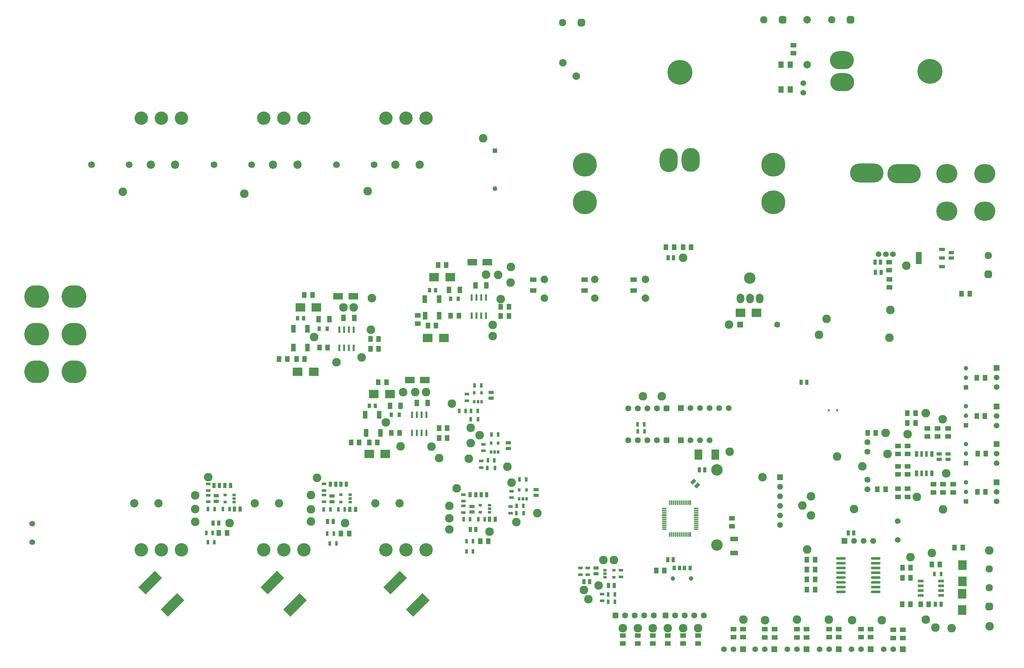
<source format=gbr>
%TF.GenerationSoftware,Altium Limited,Altium Designer,21.6.4 (81)*%
G04 Layer_Color=255*
%FSLAX43Y43*%
%MOMM*%
%TF.SameCoordinates,76D5CAF9-2094-4FD7-9A7B-915B2AFADFAF*%
%TF.FilePolarity,Positive*%
%TF.FileFunction,Pads,Bot*%
%TF.Part,Single*%
G01*
G75*
%TA.AperFunction,SMDPad,CuDef*%
%ADD22R,1.350X0.950*%
%ADD26R,1.300X1.800*%
%TA.AperFunction,ComponentPad*%
%ADD37C,6.604*%
%ADD38C,1.524*%
%ADD39C,2.000*%
%ADD40C,3.556*%
%ADD41C,1.950*%
G04:AMPARAMS|DCode=42|XSize=1.95mm|YSize=1.95mm|CornerRadius=0.488mm|HoleSize=0mm|Usage=FLASHONLY|Rotation=90.000|XOffset=0mm|YOffset=0mm|HoleType=Round|Shape=RoundedRectangle|*
%AMROUNDEDRECTD42*
21,1,1.950,0.975,0,0,90.0*
21,1,0.975,1.950,0,0,90.0*
1,1,0.975,0.488,0.488*
1,1,0.975,0.488,-0.488*
1,1,0.975,-0.488,-0.488*
1,1,0.975,-0.488,0.488*
%
%ADD42ROUNDEDRECTD42*%
%ADD43C,2.286*%
%ADD44C,1.600*%
G04:AMPARAMS|DCode=45|XSize=1.6mm|YSize=1.6mm|CornerRadius=0.4mm|HoleSize=0mm|Usage=FLASHONLY|Rotation=180.000|XOffset=0mm|YOffset=0mm|HoleType=Round|Shape=RoundedRectangle|*
%AMROUNDEDRECTD45*
21,1,1.600,0.800,0,0,180.0*
21,1,0.800,1.600,0,0,180.0*
1,1,0.800,-0.400,0.400*
1,1,0.800,0.400,0.400*
1,1,0.800,0.400,-0.400*
1,1,0.800,-0.400,-0.400*
%
%ADD45ROUNDEDRECTD45*%
%ADD46C,1.550*%
%ADD47R,1.550X1.550*%
%ADD48R,1.500X1.500*%
%ADD49C,1.500*%
%ADD50R,1.550X1.550*%
%ADD51R,1.600X1.600*%
G04:AMPARAMS|DCode=52|XSize=1.95mm|YSize=1.95mm|CornerRadius=0.488mm|HoleSize=0mm|Usage=FLASHONLY|Rotation=180.000|XOffset=0mm|YOffset=0mm|HoleType=Round|Shape=RoundedRectangle|*
%AMROUNDEDRECTD52*
21,1,1.950,0.975,0,0,180.0*
21,1,0.975,1.950,0,0,180.0*
1,1,0.975,-0.488,0.488*
1,1,0.975,0.488,0.488*
1,1,0.975,0.488,-0.488*
1,1,0.975,-0.488,-0.488*
%
%ADD52ROUNDEDRECTD52*%
%ADD53O,4.826X6.350*%
%ADD54C,6.350*%
%ADD55O,6.350X4.826*%
%ADD56C,1.300*%
%ADD57R,1.300X1.300*%
%ADD58C,1.200*%
%ADD59R,1.200X1.200*%
%ADD60R,1.500X1.500*%
%ADD61C,2.200*%
%ADD62O,6.600X6.000*%
%ADD63O,5.588X5.080*%
%ADD65C,3.048*%
%ADD66C,1.800*%
%ADD67O,8.890X5.080*%
%TA.AperFunction,SMDPad,CuDef*%
%ADD75R,2.500X2.300*%
%ADD76R,2.500X1.700*%
%ADD77R,0.508X1.670*%
%ADD78R,1.157X1.508*%
G04:AMPARAMS|DCode=79|XSize=2.75mm|YSize=6.2mm|CornerRadius=0mm|HoleSize=0mm|Usage=FLASHONLY|Rotation=135.000|XOffset=0mm|YOffset=0mm|HoleType=Round|Shape=Rectangle|*
%AMROTATEDRECTD79*
4,1,4,3.164,1.220,-1.220,-3.164,-3.164,-1.220,1.220,3.164,3.164,1.220,0.0*
%
%ADD79ROTATEDRECTD79*%

%ADD80R,0.958X1.262*%
%ADD81R,0.950X1.350*%
%ADD82R,1.508X1.157*%
%ADD83O,2.600X0.700*%
%ADD84R,1.450X1.800*%
%ADD85R,0.650X0.900*%
%ADD86R,0.757X1.308*%
%ADD87R,1.308X0.757*%
%ADD88R,0.800X1.250*%
%ADD89R,0.900X0.650*%
%ADD90R,2.000X2.800*%
G04:AMPARAMS|DCode=91|XSize=0.95mm|YSize=1.35mm|CornerRadius=0mm|HoleSize=0mm|Usage=FLASHONLY|Rotation=135.000|XOffset=0mm|YOffset=0mm|HoleType=Round|Shape=Rectangle|*
%AMROTATEDRECTD91*
4,1,4,0.813,0.141,-0.141,-0.813,-0.813,-0.141,0.141,0.813,0.813,0.141,0.0*
%
%ADD91ROTATEDRECTD91*%

%ADD92R,0.305X1.194*%
%ADD93R,1.194X0.305*%
%ADD94R,0.600X0.600*%
G04:AMPARAMS|DCode=95|XSize=0.9mm|YSize=1.45mm|CornerRadius=0.05mm|HoleSize=0mm|Usage=FLASHONLY|Rotation=90.000|XOffset=0mm|YOffset=0mm|HoleType=Round|Shape=RoundedRectangle|*
%AMROUNDEDRECTD95*
21,1,0.900,1.351,0,0,90.0*
21,1,0.801,1.450,0,0,90.0*
1,1,0.099,0.676,0.401*
1,1,0.099,0.676,-0.401*
1,1,0.099,-0.676,-0.401*
1,1,0.099,-0.676,0.401*
%
%ADD95ROUNDEDRECTD95*%
G04:AMPARAMS|DCode=96|XSize=3.15mm|YSize=1.45mm|CornerRadius=0.051mm|HoleSize=0mm|Usage=FLASHONLY|Rotation=90.000|XOffset=0mm|YOffset=0mm|HoleType=Round|Shape=RoundedRectangle|*
%AMROUNDEDRECTD96*
21,1,3.150,1.349,0,0,90.0*
21,1,3.049,1.450,0,0,90.0*
1,1,0.102,0.674,1.524*
1,1,0.102,0.674,-1.524*
1,1,0.102,-0.674,-1.524*
1,1,0.102,-0.674,1.524*
%
%ADD96ROUNDEDRECTD96*%
%ADD97R,2.000X1.250*%
%ADD98R,1.800X1.300*%
%ADD99R,1.250X2.000*%
%ADD100R,0.900X1.200*%
%ADD101R,0.808X1.262*%
G04:AMPARAMS|DCode=102|XSize=0.8mm|YSize=1.6mm|CornerRadius=0.2mm|HoleSize=0mm|Usage=FLASHONLY|Rotation=0.000|XOffset=0mm|YOffset=0mm|HoleType=Round|Shape=RoundedRectangle|*
%AMROUNDEDRECTD102*
21,1,0.800,1.200,0,0,0.0*
21,1,0.400,1.600,0,0,0.0*
1,1,0.400,0.200,-0.600*
1,1,0.400,-0.200,-0.600*
1,1,0.400,-0.200,0.600*
1,1,0.400,0.200,0.600*
%
%ADD102ROUNDEDRECTD102*%
G04:AMPARAMS|DCode=103|XSize=0.6mm|YSize=1.6mm|CornerRadius=0.15mm|HoleSize=0mm|Usage=FLASHONLY|Rotation=0.000|XOffset=0mm|YOffset=0mm|HoleType=Round|Shape=RoundedRectangle|*
%AMROUNDEDRECTD103*
21,1,0.600,1.300,0,0,0.0*
21,1,0.300,1.600,0,0,0.0*
1,1,0.300,0.150,-0.650*
1,1,0.300,-0.150,-0.650*
1,1,0.300,-0.150,0.650*
1,1,0.300,0.150,0.650*
%
%ADD103ROUNDEDRECTD103*%
%ADD104R,1.525X0.650*%
%ADD105R,2.300X2.500*%
%TA.AperFunction,ComponentPad*%
%ADD108O,2.032X2.540*%
D22*
X134650Y59600D02*
D03*
Y61100D02*
D03*
X157950Y26313D02*
D03*
Y27813D02*
D03*
X252275Y111675D02*
D03*
Y110175D02*
D03*
X251420Y58176D02*
D03*
Y56676D02*
D03*
X249071Y58162D02*
D03*
Y56662D02*
D03*
X141975Y48650D02*
D03*
Y47150D02*
D03*
X130097Y74450D02*
D03*
Y72950D02*
D03*
X125022Y42695D02*
D03*
Y44195D02*
D03*
X87823Y45441D02*
D03*
Y46941D02*
D03*
X57107Y45525D02*
D03*
Y47025D02*
D03*
D26*
X90869Y94288D02*
D03*
X93719D02*
D03*
X113221Y71712D02*
D03*
X110371D02*
D03*
X128802Y102965D02*
D03*
X125952D02*
D03*
X118904Y101765D02*
D03*
X121754D02*
D03*
X106066Y70915D02*
D03*
X103216D02*
D03*
X87114Y93980D02*
D03*
X84264D02*
D03*
D37*
X246539Y159840D02*
D03*
X180160Y159539D02*
D03*
D38*
X8225Y34675D02*
D03*
Y39625D02*
D03*
X213000Y156655D02*
D03*
Y154155D02*
D03*
X238031Y35285D02*
D03*
Y40235D02*
D03*
X234873Y111221D02*
D03*
X232968D02*
D03*
X236778D02*
D03*
D39*
X171082Y99500D02*
D03*
Y104500D02*
D03*
X157632D02*
D03*
Y99500D02*
D03*
X144232D02*
D03*
Y104500D02*
D03*
X149107Y162068D02*
D03*
X152643Y158532D02*
D03*
X214000Y161575D02*
D03*
Y173575D02*
D03*
D40*
X107500Y147365D02*
D03*
X112834D02*
D03*
X102166D02*
D03*
X75000D02*
D03*
X80334D02*
D03*
X69666D02*
D03*
X42500D02*
D03*
X47834D02*
D03*
X37166D02*
D03*
X47834Y32635D02*
D03*
X42500D02*
D03*
X37166D02*
D03*
X75000D02*
D03*
X69666D02*
D03*
X80334D02*
D03*
X107500D02*
D03*
X102166D02*
D03*
X112834D02*
D03*
D41*
X262320Y22590D02*
D03*
Y27590D02*
D03*
X262075Y110875D02*
D03*
X202500Y173500D02*
D03*
X149000Y172800D02*
D03*
X220500Y173500D02*
D03*
D42*
X262320Y17590D02*
D03*
X262075Y105875D02*
D03*
D43*
X89030Y82561D02*
D03*
X95707Y83761D02*
D03*
X112782Y74555D02*
D03*
X98130Y91161D02*
D03*
X135450Y50525D02*
D03*
X83854Y51783D02*
D03*
X159850Y29975D02*
D03*
X202126Y51996D02*
D03*
X233795Y13916D02*
D03*
X124675Y61050D02*
D03*
X114275Y60125D02*
D03*
X134425Y54725D02*
D03*
X241450Y30740D02*
D03*
X154725Y22020D02*
D03*
X155868Y19547D02*
D03*
X158625Y23163D02*
D03*
X162682Y29925D02*
D03*
X221900Y57489D02*
D03*
X215000Y46910D02*
D03*
X212725Y44425D02*
D03*
X215000Y41775D02*
D03*
X226400Y43526D02*
D03*
X170378Y73427D02*
D03*
X175328Y73502D02*
D03*
X185021Y11821D02*
D03*
X181021D02*
D03*
X177021D02*
D03*
X173021D02*
D03*
X169021D02*
D03*
X165021D02*
D03*
X228620Y54822D02*
D03*
X32325Y127856D02*
D03*
X90869Y97088D02*
D03*
X217075Y89825D02*
D03*
X235800Y89075D02*
D03*
X225900Y13916D02*
D03*
X219749Y14101D02*
D03*
X202801Y13931D02*
D03*
X211253Y14079D02*
D03*
X193200Y92475D02*
D03*
X219183Y94070D02*
D03*
X235321Y58142D02*
D03*
X245496Y68984D02*
D03*
X250084Y43420D02*
D03*
X243081Y46709D02*
D03*
X250871Y52968D02*
D03*
X197027Y14100D02*
D03*
X135347Y107828D02*
D03*
X135225Y103650D02*
D03*
X130525Y89475D02*
D03*
X130466Y92400D02*
D03*
X132622Y99259D02*
D03*
X131950Y105743D02*
D03*
X128686Y105765D02*
D03*
X109932Y74555D02*
D03*
X106675D02*
D03*
X116300Y57000D02*
D03*
X106059Y60154D02*
D03*
X102136Y66538D02*
D03*
X93564Y97088D02*
D03*
X83082Y89211D02*
D03*
X240642Y63409D02*
D03*
X249925Y67393D02*
D03*
X236075Y96425D02*
D03*
X240270Y108168D02*
D03*
X181027Y110291D02*
D03*
X193375Y58750D02*
D03*
X234809Y63700D02*
D03*
X124622Y65080D02*
D03*
X127022Y63175D02*
D03*
X142349Y42380D02*
D03*
X136800Y40032D02*
D03*
X124145Y56832D02*
D03*
X119620Y71539D02*
D03*
X127950Y142000D02*
D03*
X213999Y32725D02*
D03*
X119000Y38050D02*
D03*
X82200Y40189D02*
D03*
X51535Y40075D02*
D03*
Y47151D02*
D03*
X60626Y39800D02*
D03*
X51535Y43525D02*
D03*
X55006Y51975D02*
D03*
X82200Y43440D02*
D03*
X91308Y39789D02*
D03*
X82200Y47190D02*
D03*
X129672Y37476D02*
D03*
X119000Y44322D02*
D03*
Y41040D02*
D03*
X120931Y48972D02*
D03*
X97325Y128025D02*
D03*
X64575Y127325D02*
D03*
X98396Y99522D02*
D03*
X245450Y14075D02*
D03*
X262340Y32480D02*
D03*
X262390Y12370D02*
D03*
X248000Y12016D02*
D03*
X252340Y11856D02*
D03*
X247064Y31800D02*
D03*
D44*
X171536Y70213D02*
D03*
X174076D02*
D03*
X166456D02*
D03*
X168996D02*
D03*
X171536Y61773D02*
D03*
X174076D02*
D03*
X166456D02*
D03*
X168996D02*
D03*
X181491Y15221D02*
D03*
X178951D02*
D03*
X184031D02*
D03*
X186571D02*
D03*
X206013Y92475D02*
D03*
X230000Y58730D02*
D03*
Y61270D02*
D03*
Y51270D02*
D03*
Y48730D02*
D03*
X173216Y15196D02*
D03*
X170676D02*
D03*
X165596D02*
D03*
X168136D02*
D03*
D45*
X176616Y70213D02*
D03*
Y61773D02*
D03*
X176411Y15221D02*
D03*
X163056Y15196D02*
D03*
D46*
X185550Y61775D02*
D03*
X183010D02*
D03*
X188090D02*
D03*
X183008Y70302D02*
D03*
X185548D02*
D03*
X188088D02*
D03*
X190628D02*
D03*
X193168D02*
D03*
X206752Y39297D02*
D03*
Y41836D02*
D03*
Y44376D02*
D03*
Y46917D02*
D03*
Y49457D02*
D03*
X231480Y35010D02*
D03*
X228940D02*
D03*
X226400D02*
D03*
D47*
X180470Y61775D02*
D03*
X180468Y70302D02*
D03*
X223860Y35010D02*
D03*
D48*
X239405Y6250D02*
D03*
X230850D02*
D03*
X222375Y6251D02*
D03*
X196942Y6225D02*
D03*
X213793Y6229D02*
D03*
X205285Y6220D02*
D03*
D49*
X236865Y6250D02*
D03*
X234325D02*
D03*
X228310D02*
D03*
X225770D02*
D03*
X219835Y6251D02*
D03*
X217295D02*
D03*
X194402Y6225D02*
D03*
X191862D02*
D03*
X211253Y6229D02*
D03*
X208713D02*
D03*
X202745Y6220D02*
D03*
X200205D02*
D03*
X264306Y55644D02*
D03*
Y58184D02*
D03*
Y45544D02*
D03*
Y48084D02*
D03*
Y75919D02*
D03*
Y78459D02*
D03*
Y65654D02*
D03*
Y68194D02*
D03*
D50*
X206752Y51996D02*
D03*
D51*
X196237Y92475D02*
D03*
D52*
X207500Y173500D02*
D03*
X154000Y172800D02*
D03*
X225500Y173500D02*
D03*
D53*
X177239Y136171D02*
D03*
X183081Y136298D02*
D03*
D54*
X205000Y135000D02*
D03*
Y125000D02*
D03*
X155000D02*
D03*
Y135000D02*
D03*
D55*
X223171Y162761D02*
D03*
X223298Y156919D02*
D03*
D56*
X131050Y128700D02*
D03*
D57*
Y138700D02*
D03*
D58*
X256111Y80939D02*
D03*
Y78399D02*
D03*
X256101Y70814D02*
D03*
Y68274D02*
D03*
X256111Y50599D02*
D03*
Y48059D02*
D03*
Y60749D02*
D03*
Y58209D02*
D03*
X178310Y25000D02*
D03*
X183190D02*
D03*
D59*
X256111Y75859D02*
D03*
X256101Y65734D02*
D03*
X256111Y45519D02*
D03*
Y55669D02*
D03*
D60*
X264306Y60724D02*
D03*
Y50624D02*
D03*
Y80999D02*
D03*
Y70734D02*
D03*
D61*
X99350Y45000D02*
D03*
X105800D02*
D03*
X67350D02*
D03*
X73800D02*
D03*
X35350D02*
D03*
X41800D02*
D03*
X46150Y135000D02*
D03*
X111150D02*
D03*
X104700D02*
D03*
X78650D02*
D03*
X72200D02*
D03*
X39700D02*
D03*
D62*
X9460Y100000D02*
D03*
X19366D02*
D03*
Y90000D02*
D03*
X9460D02*
D03*
X19366Y80000D02*
D03*
X9460D02*
D03*
D63*
X251100Y122650D02*
D03*
X261100D02*
D03*
X251100Y132650D02*
D03*
X261100D02*
D03*
D65*
X198725Y104875D02*
D03*
X190000Y53874D02*
D03*
Y33935D02*
D03*
D66*
X24000Y135000D02*
D03*
X99000D02*
D03*
X89000D02*
D03*
X66500D02*
D03*
X56500D02*
D03*
X34000D02*
D03*
D67*
X229793Y132811D02*
D03*
X239699Y132684D02*
D03*
D75*
X78714Y79988D02*
D03*
X83014D02*
D03*
X79414Y97088D02*
D03*
X83714D02*
D03*
X196250Y95675D02*
D03*
X200550D02*
D03*
X114902Y105165D02*
D03*
X119202D02*
D03*
X113231Y88974D02*
D03*
X117531D02*
D03*
X98916Y74015D02*
D03*
X103216D02*
D03*
X97705Y58120D02*
D03*
X102005D02*
D03*
D76*
X89464Y100088D02*
D03*
X93464D02*
D03*
X129095Y109065D02*
D03*
X125095D02*
D03*
X108475Y77775D02*
D03*
X112475D02*
D03*
D77*
X112881Y63720D02*
D03*
X111611D02*
D03*
X109071D02*
D03*
X110341Y68548D02*
D03*
X111611D02*
D03*
X112881D02*
D03*
X110341Y63720D02*
D03*
X109071Y68548D02*
D03*
X126142Y94851D02*
D03*
X124872Y99679D02*
D03*
X128682D02*
D03*
X127412D02*
D03*
X126142D02*
D03*
X124872Y94851D02*
D03*
X127412D02*
D03*
X128682D02*
D03*
X93564Y91188D02*
D03*
X92294D02*
D03*
X91024D02*
D03*
X89754D02*
D03*
Y86360D02*
D03*
X91024D02*
D03*
X92294D02*
D03*
X93564D02*
D03*
D78*
X118128Y108331D02*
D03*
X115977D02*
D03*
X232176Y63700D02*
D03*
X230024D02*
D03*
X258996Y68194D02*
D03*
X261148D02*
D03*
X176051Y27169D02*
D03*
X173899D02*
D03*
X254974Y100722D02*
D03*
X257126D02*
D03*
X259030Y78399D02*
D03*
X261181D02*
D03*
X261401Y58184D02*
D03*
X259249D02*
D03*
X259171Y48084D02*
D03*
X261323D02*
D03*
X134773Y94757D02*
D03*
X132622D02*
D03*
X121507Y94851D02*
D03*
X119355D02*
D03*
X134773Y97222D02*
D03*
X132622D02*
D03*
X115456Y92274D02*
D03*
X113304D02*
D03*
X99857Y61220D02*
D03*
X97705D02*
D03*
X105757Y63720D02*
D03*
X103605D02*
D03*
X118411Y62363D02*
D03*
X116260D02*
D03*
X118411Y64963D02*
D03*
X116260D02*
D03*
X100139Y77215D02*
D03*
X102291D02*
D03*
X92870Y61220D02*
D03*
X95022D02*
D03*
X82640Y100388D02*
D03*
X80488D02*
D03*
X73788Y83388D02*
D03*
X75940D02*
D03*
X78388D02*
D03*
X80540D02*
D03*
X84511Y86388D02*
D03*
X86663D02*
D03*
X100207Y88719D02*
D03*
X98056D02*
D03*
X100207Y86049D02*
D03*
X98056D02*
D03*
X242732Y68984D02*
D03*
X240580D02*
D03*
X232647Y48730D02*
D03*
X234798D02*
D03*
X242733Y66334D02*
D03*
X240581D02*
D03*
X178653Y113066D02*
D03*
X176502D02*
D03*
X181027Y113066D02*
D03*
X183178D02*
D03*
X57798Y37150D02*
D03*
X59950D02*
D03*
X127199Y34925D02*
D03*
X129351D02*
D03*
X90224Y36950D02*
D03*
X92376D02*
D03*
X213924Y27375D02*
D03*
X216076Y30025D02*
D03*
X213924D02*
D03*
X216076Y27375D02*
D03*
X213924Y24800D02*
D03*
X216076D02*
D03*
Y22100D02*
D03*
X213924D02*
D03*
X255256Y33260D02*
D03*
X253104D02*
D03*
X244124Y18171D02*
D03*
X246276D02*
D03*
X241381D02*
D03*
X239229D02*
D03*
X241426Y27870D02*
D03*
X239274D02*
D03*
X241422Y25170D02*
D03*
X239270D02*
D03*
X249216Y28744D02*
D03*
X247064D02*
D03*
D79*
X39530Y23970D02*
D03*
X45470Y18030D02*
D03*
X72030Y23970D02*
D03*
X77970Y18030D02*
D03*
X104630Y23970D02*
D03*
X110570Y18030D02*
D03*
D80*
X178648Y27800D02*
D03*
X180102D02*
D03*
X182877D02*
D03*
X181422D02*
D03*
D81*
X176960Y30025D02*
D03*
X178460D02*
D03*
X186825Y53874D02*
D03*
X185325D02*
D03*
X213875Y77175D02*
D03*
X212375D02*
D03*
X156250Y24213D02*
D03*
X154750D02*
D03*
X161225Y23163D02*
D03*
X162725D02*
D03*
X224875Y37110D02*
D03*
X226375D02*
D03*
X231980Y109121D02*
D03*
X233480D02*
D03*
X233595Y106391D02*
D03*
X232095D02*
D03*
X178527Y110291D02*
D03*
X177027D02*
D03*
X88174Y40189D02*
D03*
X86674D02*
D03*
X129672Y40821D02*
D03*
X131172D02*
D03*
X124472Y47321D02*
D03*
X125972D02*
D03*
X127422D02*
D03*
X128922D02*
D03*
X87373Y50089D02*
D03*
X88873D02*
D03*
X92573Y43440D02*
D03*
X94073D02*
D03*
X90173Y50089D02*
D03*
X91673D02*
D03*
X61901Y43525D02*
D03*
X63401D02*
D03*
X56456Y49769D02*
D03*
X57956D02*
D03*
X59401D02*
D03*
X60901D02*
D03*
X126031Y38050D02*
D03*
X124531D02*
D03*
X56278Y39785D02*
D03*
X57778D02*
D03*
X249500Y18210D02*
D03*
X248000D02*
D03*
D82*
X194000Y41076D02*
D03*
Y38924D02*
D03*
X239405Y9224D02*
D03*
Y11376D02*
D03*
X236865Y9226D02*
D03*
Y11377D02*
D03*
X194402Y11576D02*
D03*
Y9424D02*
D03*
X196942Y11576D02*
D03*
Y9424D02*
D03*
X211253Y11555D02*
D03*
Y9403D02*
D03*
X213793Y11555D02*
D03*
Y9403D02*
D03*
X202745Y11545D02*
D03*
Y9394D02*
D03*
X205345Y11545D02*
D03*
Y9394D02*
D03*
X219835Y11576D02*
D03*
Y9424D02*
D03*
X222375Y11576D02*
D03*
Y9424D02*
D03*
X228310Y11576D02*
D03*
Y9424D02*
D03*
X230850Y11576D02*
D03*
Y9424D02*
D03*
X238084Y48899D02*
D03*
Y46748D02*
D03*
X238084Y52692D02*
D03*
Y54843D02*
D03*
X240642Y48898D02*
D03*
Y46747D02*
D03*
X247521Y50074D02*
D03*
Y47922D02*
D03*
X110581Y94943D02*
D03*
Y92791D02*
D03*
X240642Y58142D02*
D03*
Y60293D02*
D03*
X245887Y64917D02*
D03*
Y62766D02*
D03*
X250063Y47923D02*
D03*
Y50075D02*
D03*
X240642Y54843D02*
D03*
Y52692D02*
D03*
X252770Y47923D02*
D03*
Y50075D02*
D03*
X238071Y60293D02*
D03*
Y58142D02*
D03*
X251371Y64916D02*
D03*
Y62764D02*
D03*
X248646Y64916D02*
D03*
Y62764D02*
D03*
X235778Y106970D02*
D03*
Y109121D02*
D03*
X235795Y104546D02*
D03*
Y102395D02*
D03*
X210375Y166776D02*
D03*
Y164624D02*
D03*
X165021Y7745D02*
D03*
Y9897D02*
D03*
X173021Y7745D02*
D03*
Y9897D02*
D03*
X177021Y7745D02*
D03*
Y9897D02*
D03*
X181021Y7745D02*
D03*
Y9897D02*
D03*
X169021Y7745D02*
D03*
Y9897D02*
D03*
X185021D02*
D03*
Y7745D02*
D03*
D83*
X232185Y30385D02*
D03*
Y29115D02*
D03*
Y27845D02*
D03*
Y26575D02*
D03*
Y25305D02*
D03*
Y24035D02*
D03*
Y22765D02*
D03*
Y21495D02*
D03*
X222935Y29115D02*
D03*
Y27845D02*
D03*
Y26575D02*
D03*
Y25305D02*
D03*
Y24035D02*
D03*
Y21495D02*
D03*
Y22765D02*
D03*
Y30385D02*
D03*
D84*
X207021Y155025D02*
D03*
Y161575D02*
D03*
X209471Y155025D02*
D03*
Y161575D02*
D03*
D85*
X131000Y58650D02*
D03*
X131950Y61050D02*
D03*
X130050D02*
D03*
Y58650D02*
D03*
X131950D02*
D03*
X139450Y46200D02*
D03*
X137550D02*
D03*
Y48600D02*
D03*
X139450D02*
D03*
X138500Y46200D02*
D03*
X127522Y72000D02*
D03*
X125622D02*
D03*
Y74400D02*
D03*
X127522D02*
D03*
X126572Y72000D02*
D03*
D86*
X130950Y56450D02*
D03*
X129198D02*
D03*
X130199Y63300D02*
D03*
X131951D02*
D03*
X161152Y18893D02*
D03*
X162904D02*
D03*
X162904Y20770D02*
D03*
X161152D02*
D03*
X125274Y32243D02*
D03*
X123522D02*
D03*
X89025Y34325D02*
D03*
X87273D02*
D03*
X56601Y34675D02*
D03*
X54849D02*
D03*
X170672Y65975D02*
D03*
X168920D02*
D03*
X170779Y64175D02*
D03*
X169027D02*
D03*
X139376Y51325D02*
D03*
X137624D02*
D03*
X121574Y69575D02*
D03*
X123326D02*
D03*
X127448Y76325D02*
D03*
X125696D02*
D03*
X124746Y69575D02*
D03*
X126498D02*
D03*
X136847Y44325D02*
D03*
X138598D02*
D03*
X85647Y43440D02*
D03*
X87399D02*
D03*
X91239Y43440D02*
D03*
X89488D02*
D03*
X54931Y43525D02*
D03*
X56683D02*
D03*
X122767Y40821D02*
D03*
X124518D02*
D03*
X128399Y40821D02*
D03*
X126647D02*
D03*
X60626Y43525D02*
D03*
X58875D02*
D03*
X123524Y34925D02*
D03*
X125276D02*
D03*
X86549Y36950D02*
D03*
X88301D02*
D03*
X54430Y37150D02*
D03*
X56181D02*
D03*
X249516Y26210D02*
D03*
X247764D02*
D03*
D87*
X127456Y56254D02*
D03*
Y54502D02*
D03*
X128025Y58949D02*
D03*
Y60701D02*
D03*
X159525Y19094D02*
D03*
Y20846D02*
D03*
X153750Y27788D02*
D03*
Y26037D02*
D03*
X164500Y25442D02*
D03*
Y27193D02*
D03*
X155750Y26062D02*
D03*
Y27813D02*
D03*
X123597Y74051D02*
D03*
Y72299D02*
D03*
X135450Y48251D02*
D03*
Y46499D02*
D03*
X135207Y44154D02*
D03*
Y42402D02*
D03*
X85723Y50190D02*
D03*
Y48439D02*
D03*
X55006Y50145D02*
D03*
Y48393D02*
D03*
X122722Y44322D02*
D03*
Y42570D02*
D03*
Y47321D02*
D03*
Y45569D02*
D03*
X55007Y47151D02*
D03*
Y45399D02*
D03*
X85723Y47189D02*
D03*
Y45438D02*
D03*
D88*
X131075Y54425D02*
D03*
X129075D02*
D03*
X136723Y42380D02*
D03*
X138723D02*
D03*
X124622Y67351D02*
D03*
X126622D02*
D03*
D89*
X160300Y26313D02*
D03*
X162700Y25363D02*
D03*
Y27263D02*
D03*
X160300D02*
D03*
Y25363D02*
D03*
X129623Y44519D02*
D03*
Y42619D02*
D03*
X127223D02*
D03*
Y44519D02*
D03*
X129623Y43569D02*
D03*
X92623Y47264D02*
D03*
Y45364D02*
D03*
X90223D02*
D03*
Y47264D02*
D03*
X92623Y46314D02*
D03*
X61851Y47225D02*
D03*
Y45325D02*
D03*
X59451D02*
D03*
Y47225D02*
D03*
X61851Y46275D02*
D03*
D90*
X185075Y58000D02*
D03*
X189575D02*
D03*
D91*
X184798Y49731D02*
D03*
X183738Y50791D02*
D03*
D92*
X183025Y36675D02*
D03*
X182525D02*
D03*
X182025D02*
D03*
X181525D02*
D03*
X181025D02*
D03*
X180525D02*
D03*
X180025D02*
D03*
X179525D02*
D03*
X179025D02*
D03*
X178525D02*
D03*
X178025D02*
D03*
X177525D02*
D03*
Y45175D02*
D03*
X178025D02*
D03*
X178525D02*
D03*
X179025D02*
D03*
X179525D02*
D03*
X180025D02*
D03*
X180525D02*
D03*
X181025D02*
D03*
X181525D02*
D03*
X182025D02*
D03*
X182525D02*
D03*
X183025D02*
D03*
D93*
X176025Y38175D02*
D03*
Y38675D02*
D03*
Y39175D02*
D03*
Y39675D02*
D03*
Y40175D02*
D03*
Y40675D02*
D03*
Y41175D02*
D03*
Y41675D02*
D03*
Y42175D02*
D03*
Y42675D02*
D03*
Y43175D02*
D03*
Y43675D02*
D03*
X184525D02*
D03*
Y43175D02*
D03*
Y42675D02*
D03*
Y42175D02*
D03*
Y41675D02*
D03*
Y41175D02*
D03*
Y40675D02*
D03*
Y40175D02*
D03*
Y39675D02*
D03*
Y39175D02*
D03*
Y38675D02*
D03*
Y38175D02*
D03*
D94*
X221900Y69775D02*
D03*
X219700D02*
D03*
D95*
X249800Y112500D02*
D03*
Y107900D02*
D03*
Y110200D02*
D03*
D96*
X243650D02*
D03*
D97*
X194556Y35547D02*
D03*
Y31797D02*
D03*
D98*
X167950Y104425D02*
D03*
Y101575D02*
D03*
X154850D02*
D03*
Y104425D02*
D03*
X141275D02*
D03*
Y101575D02*
D03*
D99*
X96906Y63720D02*
D03*
X100656D02*
D03*
X112557Y94867D02*
D03*
X116307D02*
D03*
X112502Y99259D02*
D03*
X116252D02*
D03*
X96641Y68515D02*
D03*
X100391D02*
D03*
X81339Y91437D02*
D03*
X77589D02*
D03*
X81339Y86388D02*
D03*
X77589D02*
D03*
D100*
X119279Y99360D02*
D03*
X121379D02*
D03*
X103591Y68515D02*
D03*
X105691D02*
D03*
X86514Y91437D02*
D03*
X84414D02*
D03*
D101*
X113775Y101665D02*
D03*
X115379D02*
D03*
X97714Y70915D02*
D03*
X99318D02*
D03*
X80266Y94237D02*
D03*
X78662D02*
D03*
D102*
X247046Y52968D02*
D03*
Y58168D02*
D03*
X242996D02*
D03*
Y52968D02*
D03*
D103*
X245656D02*
D03*
X244386D02*
D03*
X245656Y58168D02*
D03*
X244386D02*
D03*
D104*
X249512Y20515D02*
D03*
Y21785D02*
D03*
Y23055D02*
D03*
Y24325D02*
D03*
X244088D02*
D03*
Y23055D02*
D03*
Y21785D02*
D03*
Y20515D02*
D03*
D105*
X255150Y20950D02*
D03*
Y16650D02*
D03*
X255180Y24275D02*
D03*
Y28575D02*
D03*
D108*
X198852Y99414D02*
D03*
X196312D02*
D03*
X201392D02*
D03*
%TF.MD5,44dd66741e8720024f17dc3f2f327781*%
M02*

</source>
